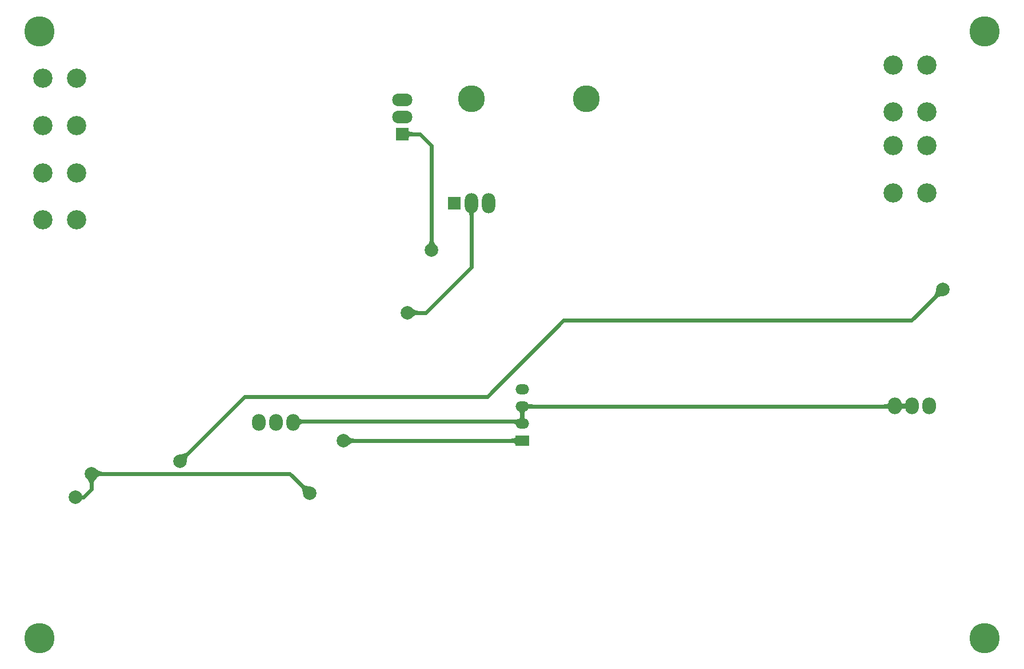
<source format=gbl>
G04 Layer_Physical_Order=2*
G04 Layer_Color=16711680*
%FSAX23Y23*%
%MOIN*%
G70*
G01*
G75*
%ADD23C,0.024*%
%ADD38C,0.112*%
%ADD39O,0.079X0.098*%
%ADD40C,0.177*%
%ADD41C,0.157*%
%ADD42O,0.118X0.074*%
%ADD43R,0.074X0.074*%
%ADD44R,0.078X0.078*%
%ADD45O,0.078X0.118*%
%ADD46R,0.079X0.059*%
%ADD47O,0.079X0.059*%
%ADD48C,0.079*%
G36*
X03983Y02330D02*
X03982Y02332D01*
X03982Y02334D01*
X03981Y02336D01*
X03979Y02338D01*
X03977Y02339D01*
X03974Y02340D01*
X03971Y02341D01*
X03967Y02342D01*
X03963Y02342D01*
X03959Y02342D01*
Y02366D01*
X03963Y02366D01*
X03967Y02366D01*
X03971Y02367D01*
X03974Y02368D01*
X03977Y02369D01*
X03979Y02370D01*
X03981Y02371D01*
X03982Y02373D01*
X03982Y02375D01*
X03983Y02377D01*
Y02330D01*
D02*
G37*
G36*
X03011Y02379D02*
X03014Y02376D01*
X03017Y02374D01*
X03020Y02371D01*
X03023Y02370D01*
X03026Y02368D01*
X03030Y02367D01*
X03033Y02366D01*
X03037Y02366D01*
X03040Y02366D01*
X03039Y02342D01*
X03036Y02342D01*
X03032Y02341D01*
X03029Y02341D01*
X03025Y02340D01*
X03022Y02338D01*
X03019Y02337D01*
X03015Y02335D01*
X03012Y02332D01*
X03009Y02330D01*
X03005Y02327D01*
X03008Y02382D01*
X03011Y02379D01*
D02*
G37*
G36*
X04043Y02528D02*
X04041Y02527D01*
X04039Y02526D01*
X04038Y02524D01*
X04037Y02521D01*
X04036Y02518D01*
X04035Y02515D01*
X04034Y02511D01*
X04034Y02506D01*
X04034Y02504D01*
X04034Y02502D01*
X04034Y02497D01*
X04035Y02493D01*
X04036Y02489D01*
X04037Y02486D01*
X04038Y02484D01*
X04039Y02482D01*
X04041Y02481D01*
X04043Y02480D01*
X04045Y02480D01*
X04000D01*
X03985Y02442D01*
X03986Y02444D01*
X03985Y02446D01*
X03985Y02448D01*
X03983Y02450D01*
X03981Y02451D01*
X03978Y02452D01*
X03974Y02453D01*
X03970Y02453D01*
X03965Y02454D01*
X03959Y02454D01*
X03971Y02477D01*
X03975Y02477D01*
X03990Y02478D01*
X03993Y02479D01*
X03997Y02480D01*
X03999Y02480D01*
X04001Y02481D01*
X04000Y02480D01*
X04000Y02480D01*
X04002Y02481D01*
X04004Y02482D01*
X04006Y02484D01*
X04007Y02486D01*
X04008Y02489D01*
X04009Y02493D01*
X04010Y02497D01*
X04010Y02502D01*
X04010Y02504D01*
X04010Y02506D01*
X04010Y02511D01*
X04009Y02515D01*
X04008Y02518D01*
X04007Y02521D01*
X04006Y02524D01*
X04004Y02526D01*
X04002Y02527D01*
X04000Y02528D01*
X03998Y02528D01*
X04045D01*
X04043Y02528D01*
D02*
G37*
G36*
X02722Y02487D02*
X02723Y02485D01*
X02724Y02483D01*
X02726Y02482D01*
X02729Y02480D01*
X02732Y02479D01*
X02736Y02478D01*
X02740Y02478D01*
X02744Y02478D01*
X02749Y02477D01*
X02750Y02454D01*
X02745Y02454D01*
X02741Y02453D01*
X02737Y02453D01*
X02733Y02452D01*
X02731Y02451D01*
X02728Y02450D01*
X02727Y02448D01*
X02725Y02446D01*
X02725Y02444D01*
X02725Y02442D01*
X02722Y02489D01*
X02722Y02487D01*
D02*
G37*
G36*
X01535Y02131D02*
X01532Y02128D01*
X01530Y02125D01*
X01527Y02122D01*
X01526Y02118D01*
X01524Y02115D01*
X01523Y02112D01*
X01522Y02108D01*
X01522Y02105D01*
X01522Y02101D01*
X01498D01*
X01498Y02105D01*
X01498Y02108D01*
X01497Y02112D01*
X01496Y02115D01*
X01494Y02118D01*
X01493Y02122D01*
X01490Y02125D01*
X01488Y02128D01*
X01485Y02131D01*
X01482Y02134D01*
X01538D01*
X01535Y02131D01*
D02*
G37*
G36*
X02749Y02098D02*
X02752Y02095D01*
X02755Y02094D01*
X02758Y02092D01*
X02762Y02091D01*
X02765Y02090D01*
X02769Y02089D01*
X02773Y02088D01*
X02777Y02088D01*
X02781Y02088D01*
X02742Y02049D01*
X02742Y02053D01*
X02742Y02057D01*
X02741Y02061D01*
X02740Y02065D01*
X02739Y02068D01*
X02738Y02072D01*
X02736Y02075D01*
X02735Y02078D01*
X02732Y02081D01*
X02730Y02083D01*
X02747Y02100D01*
X02749Y02098D01*
D02*
G37*
G36*
X02077Y02270D02*
X02075Y02268D01*
X02073Y02265D01*
X02071Y02262D01*
X02069Y02259D01*
X02068Y02255D01*
X02067Y02252D01*
X02066Y02248D01*
X02066Y02244D01*
X02065Y02240D01*
X02065Y02236D01*
X02026Y02275D01*
X02030Y02275D01*
X02035Y02275D01*
X02039Y02276D01*
X02042Y02277D01*
X02046Y02278D01*
X02049Y02279D01*
X02052Y02281D01*
X02055Y02282D01*
X02058Y02285D01*
X02061Y02287D01*
X02077Y02270D01*
D02*
G37*
G36*
X01541Y02187D02*
X01544Y02184D01*
X01548Y02182D01*
X01551Y02180D01*
X01554Y02178D01*
X01557Y02177D01*
X01561Y02176D01*
X01564Y02175D01*
X01568Y02174D01*
X01571Y02174D01*
Y02151D01*
X01568Y02151D01*
X01564Y02150D01*
X01561Y02149D01*
X01557Y02148D01*
X01554Y02147D01*
X01551Y02145D01*
X01548Y02143D01*
X01544Y02141D01*
X01541Y02138D01*
X01538Y02135D01*
Y02190D01*
X01541Y02187D01*
D02*
G37*
G36*
X03506Y03523D02*
X03507Y03520D01*
X03507Y03516D01*
X03509Y03513D01*
X03510Y03510D01*
X03512Y03506D01*
X03514Y03503D01*
X03516Y03500D01*
X03519Y03497D01*
X03522Y03494D01*
X03467D01*
X03470Y03497D01*
X03472Y03500D01*
X03475Y03503D01*
X03477Y03506D01*
X03479Y03510D01*
X03480Y03513D01*
X03481Y03516D01*
X03482Y03520D01*
X03482Y03523D01*
X03482Y03527D01*
X03506D01*
X03506Y03523D01*
D02*
G37*
G36*
X06474Y03198D02*
X06470Y03198D01*
X06466Y03197D01*
X06462Y03197D01*
X06458Y03196D01*
X06455Y03195D01*
X06451Y03194D01*
X06448Y03192D01*
X06445Y03190D01*
X06442Y03188D01*
X06440Y03186D01*
X06423Y03202D01*
X06425Y03205D01*
X06427Y03208D01*
X06429Y03211D01*
X06431Y03214D01*
X06432Y03217D01*
X06433Y03221D01*
X06434Y03225D01*
X06435Y03228D01*
X06435Y03233D01*
X06435Y03237D01*
X06474Y03198D01*
D02*
G37*
G36*
X03360Y04166D02*
X03361Y04164D01*
X03362Y04162D01*
X03363Y04161D01*
X03366Y04160D01*
X03368Y04158D01*
X03371Y04158D01*
X03375Y04157D01*
X03379Y04157D01*
X03383Y04157D01*
Y04133D01*
X03379Y04133D01*
X03375Y04132D01*
X03371Y04132D01*
X03368Y04131D01*
X03366Y04130D01*
X03363Y04129D01*
X03362Y04127D01*
X03361Y04125D01*
X03360Y04123D01*
X03360Y04121D01*
Y04168D01*
X03360Y04166D01*
D02*
G37*
G36*
X03748Y03690D02*
X03746Y03689D01*
X03744Y03688D01*
X03743Y03686D01*
X03741Y03683D01*
X03740Y03680D01*
X03739Y03676D01*
X03739Y03671D01*
X03738Y03666D01*
X03738Y03660D01*
X03715D01*
X03715Y03666D01*
X03714Y03676D01*
X03713Y03680D01*
X03712Y03683D01*
X03711Y03686D01*
X03709Y03688D01*
X03707Y03689D01*
X03705Y03690D01*
X03703Y03690D01*
X03750D01*
X03748Y03690D01*
D02*
G37*
G36*
X04049Y02575D02*
X04050Y02573D01*
X04052Y02571D01*
X04054Y02570D01*
X04057Y02569D01*
X04061Y02568D01*
X04065Y02567D01*
X04070Y02566D01*
X04076Y02566D01*
X04082Y02566D01*
Y02542D01*
X04076Y02542D01*
X04065Y02541D01*
X04061Y02540D01*
X04057Y02539D01*
X04054Y02538D01*
X04052Y02536D01*
X04050Y02535D01*
X04049Y02533D01*
X04049Y02530D01*
Y02577D01*
X04049Y02575D01*
D02*
G37*
G36*
X06162Y02530D02*
X06161Y02532D01*
X06160Y02534D01*
X06159Y02536D01*
X06157Y02538D01*
X06155Y02539D01*
X06152Y02540D01*
X06148Y02541D01*
X06144Y02542D01*
X06140Y02542D01*
X06135Y02542D01*
X06134Y02566D01*
X06139Y02566D01*
X06144Y02566D01*
X06148Y02567D01*
X06151Y02568D01*
X06154Y02569D01*
X06156Y02570D01*
X06158Y02571D01*
X06159Y02573D01*
X06160Y02575D01*
X06160Y02577D01*
X06162Y02530D01*
D02*
G37*
G36*
X03384Y03126D02*
X03387Y03123D01*
X03390Y03121D01*
X03393Y03119D01*
X03397Y03117D01*
X03400Y03116D01*
X03403Y03115D01*
X03407Y03114D01*
X03410Y03113D01*
X03414Y03113D01*
Y03090D01*
X03410Y03089D01*
X03407Y03089D01*
X03403Y03088D01*
X03400Y03087D01*
X03397Y03086D01*
X03393Y03084D01*
X03390Y03082D01*
X03387Y03080D01*
X03384Y03077D01*
X03381Y03074D01*
Y03129D01*
X03384Y03126D01*
D02*
G37*
G36*
X06261Y02533D02*
X06260Y02535D01*
X06260Y02537D01*
X06258Y02539D01*
X06256Y02540D01*
X06254Y02541D01*
X06251Y02542D01*
X06248Y02543D01*
X06247Y02543D01*
X06247Y02543D01*
X06244Y02542D01*
X06241Y02541D01*
X06238Y02540D01*
X06236Y02539D01*
X06235Y02537D01*
X06234Y02535D01*
X06234Y02533D01*
Y02580D01*
X06234Y02578D01*
X06235Y02576D01*
X06236Y02574D01*
X06238Y02572D01*
X06241Y02571D01*
X06244Y02570D01*
X06247Y02569D01*
X06247Y02569D01*
X06248Y02569D01*
X06251Y02570D01*
X06254Y02571D01*
X06256Y02572D01*
X06258Y02574D01*
X06260Y02576D01*
X06260Y02578D01*
X06261Y02580D01*
Y02533D01*
D02*
G37*
G54D23*
X02655Y02466D02*
X04010D01*
X06197Y02556D02*
X06297D01*
X06195Y02554D02*
X06197Y02556D01*
X04022Y02554D02*
X06195D01*
X04262Y03056D02*
X06293D01*
X06475Y03237D01*
X03818Y02612D02*
X04262Y03056D01*
X03461Y03101D02*
X03727Y03367D01*
Y03741D01*
X01416Y02025D02*
X01463D01*
X01510Y02072D02*
Y02162D01*
X01463Y02025D02*
X01510Y02072D01*
X02667Y02162D02*
X02782Y02048D01*
X01510Y02162D02*
X02667D01*
X02980Y02354D02*
X04022D01*
X02979Y02355D02*
X02980Y02354D01*
X02403Y02612D02*
X03818D01*
X03353Y03101D02*
X03461D01*
X04022Y02454D02*
Y02554D01*
X03494Y03466D02*
Y04076D01*
X03425Y04145D02*
X03494Y04076D01*
X03323Y04145D02*
X03425D01*
X04010Y02466D02*
X04022Y02454D01*
X02026Y02235D02*
X02403Y02612D01*
G54D38*
X06384Y04076D02*
D03*
X06187D02*
D03*
X06384Y03800D02*
D03*
X06187D02*
D03*
X06384Y04548D02*
D03*
X06187D02*
D03*
X06384Y04273D02*
D03*
X06187D02*
D03*
X01423Y04470D02*
D03*
X01227D02*
D03*
X01423Y04194D02*
D03*
X01227D02*
D03*
X01423Y03918D02*
D03*
X01227D02*
D03*
X01423Y03643D02*
D03*
X01227D02*
D03*
G54D39*
X06397Y02556D02*
D03*
X06297D02*
D03*
X06197D02*
D03*
X02487Y02462D02*
D03*
X02587D02*
D03*
X02687D02*
D03*
G54D40*
X01207Y04745D02*
D03*
Y01202D02*
D03*
X06719Y04745D02*
D03*
Y01202D02*
D03*
G54D41*
X03727Y04351D02*
D03*
X04396D02*
D03*
G54D42*
X03323Y04345D02*
D03*
Y04245D02*
D03*
G54D43*
Y04145D02*
D03*
G54D44*
X03626Y03741D02*
D03*
G54D45*
X03727D02*
D03*
X03825D02*
D03*
G54D46*
X04022Y02354D02*
D03*
G54D47*
Y02454D02*
D03*
Y02554D02*
D03*
Y02654D02*
D03*
G54D48*
X06475Y03237D02*
D03*
X01416Y02025D02*
D03*
X01510Y02162D02*
D03*
X02782Y02048D02*
D03*
X02979Y02355D02*
D03*
X03353Y03101D02*
D03*
X02026Y02235D02*
D03*
X03494Y03466D02*
D03*
M02*

</source>
